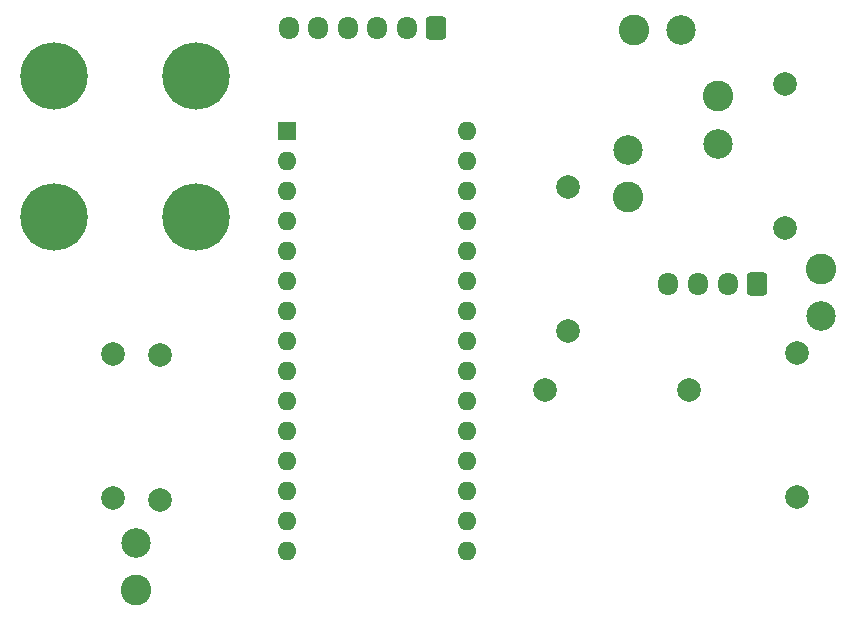
<source format=gbr>
%TF.GenerationSoftware,KiCad,Pcbnew,7.0.7*%
%TF.CreationDate,2023-12-14T17:45:08-06:00*%
%TF.ProjectId,test,74657374-2e6b-4696-9361-645f70636258,rev?*%
%TF.SameCoordinates,Original*%
%TF.FileFunction,Soldermask,Bot*%
%TF.FilePolarity,Negative*%
%FSLAX46Y46*%
G04 Gerber Fmt 4.6, Leading zero omitted, Abs format (unit mm)*
G04 Created by KiCad (PCBNEW 7.0.7) date 2023-12-14 17:45:08*
%MOMM*%
%LPD*%
G01*
G04 APERTURE LIST*
G04 Aperture macros list*
%AMRoundRect*
0 Rectangle with rounded corners*
0 $1 Rounding radius*
0 $2 $3 $4 $5 $6 $7 $8 $9 X,Y pos of 4 corners*
0 Add a 4 corners polygon primitive as box body*
4,1,4,$2,$3,$4,$5,$6,$7,$8,$9,$2,$3,0*
0 Add four circle primitives for the rounded corners*
1,1,$1+$1,$2,$3*
1,1,$1+$1,$4,$5*
1,1,$1+$1,$6,$7*
1,1,$1+$1,$8,$9*
0 Add four rect primitives between the rounded corners*
20,1,$1+$1,$2,$3,$4,$5,0*
20,1,$1+$1,$4,$5,$6,$7,0*
20,1,$1+$1,$6,$7,$8,$9,0*
20,1,$1+$1,$8,$9,$2,$3,0*%
G04 Aperture macros list end*
%ADD10C,2.500000*%
%ADD11C,2.600000*%
%ADD12R,1.600000X1.600000*%
%ADD13O,1.600000X1.600000*%
%ADD14C,5.700000*%
%ADD15C,2.000000*%
%ADD16RoundRect,0.250000X0.600000X0.725000X-0.600000X0.725000X-0.600000X-0.725000X0.600000X-0.725000X0*%
%ADD17O,1.700000X1.950000*%
G04 APERTURE END LIST*
D10*
%TO.C,C4*%
X167132000Y-100584000D03*
D11*
X167132000Y-96584000D03*
%TD*%
D12*
%TO.C,A1*%
X121920000Y-84878000D03*
D13*
X121920000Y-87418000D03*
X121920000Y-89958000D03*
X121920000Y-92498000D03*
X121920000Y-95038000D03*
X121920000Y-97578000D03*
X121920000Y-100118000D03*
X121920000Y-102658000D03*
X121920000Y-105198000D03*
X121920000Y-107738000D03*
X121920000Y-110278000D03*
X121920000Y-112818000D03*
X121920000Y-115358000D03*
X121920000Y-117898000D03*
X121920000Y-120438000D03*
X137160000Y-120438000D03*
X137160000Y-117898000D03*
X137160000Y-115358000D03*
X137160000Y-112818000D03*
X137160000Y-110278000D03*
X137160000Y-107738000D03*
X137160000Y-105198000D03*
X137160000Y-102658000D03*
X137160000Y-100118000D03*
X137160000Y-97578000D03*
X137160000Y-95038000D03*
X137160000Y-92498000D03*
X137160000Y-89958000D03*
X137160000Y-87418000D03*
X137160000Y-84878000D03*
%TD*%
D14*
%TO.C,J3*%
X102220000Y-92200000D03*
X102220000Y-80230000D03*
%TD*%
D15*
%TO.C,R6*%
X143774396Y-106807000D03*
X155974396Y-106807000D03*
%TD*%
D16*
%TO.C,J1*%
X161738000Y-97836000D03*
D17*
X159238000Y-97836000D03*
X156738000Y-97836000D03*
X154238000Y-97836000D03*
%TD*%
D10*
%TO.C,C1*%
X158394396Y-85947000D03*
D11*
X158394396Y-81947000D03*
%TD*%
D15*
%TO.C,R5*%
X145694396Y-89647000D03*
X145694396Y-101847000D03*
%TD*%
%TO.C,R2*%
X107213000Y-103755000D03*
X107213000Y-115955000D03*
%TD*%
D10*
%TO.C,C5*%
X109195000Y-119733000D03*
D11*
X109195000Y-123733000D03*
%TD*%
D14*
%TO.C,J4*%
X114220000Y-92200000D03*
X114220000Y-80230000D03*
%TD*%
D10*
%TO.C,C3*%
X155314396Y-76327000D03*
D11*
X151314396Y-76327000D03*
%TD*%
D15*
%TO.C,R1*%
X165100000Y-115839000D03*
X165100000Y-103639000D03*
%TD*%
D16*
%TO.C,J2*%
X134580000Y-76200000D03*
D17*
X132080000Y-76200000D03*
X129580000Y-76200000D03*
X127080000Y-76200000D03*
X124580000Y-76200000D03*
X122080000Y-76200000D03*
%TD*%
D15*
%TO.C,R4*%
X164084000Y-80884000D03*
X164084000Y-93084000D03*
%TD*%
D10*
%TO.C,C6*%
X150774396Y-86487000D03*
D11*
X150774396Y-90487000D03*
%TD*%
D15*
%TO.C,R3*%
X111227000Y-116082000D03*
X111227000Y-103882000D03*
%TD*%
M02*

</source>
